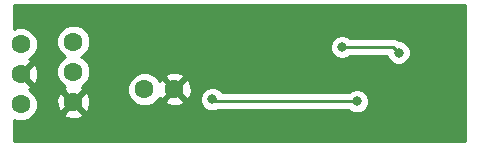
<source format=gbr>
G04 #@! TF.GenerationSoftware,KiCad,Pcbnew,5.0.2+dfsg1-1~bpo9+1*
G04 #@! TF.CreationDate,2019-04-13T15:56:37+01:00*
G04 #@! TF.ProjectId,smart_glasses,736d6172-745f-4676-9c61-737365732e6b,rev?*
G04 #@! TF.SameCoordinates,Original*
G04 #@! TF.FileFunction,Copper,L2,Bot*
G04 #@! TF.FilePolarity,Positive*
%FSLAX46Y46*%
G04 Gerber Fmt 4.6, Leading zero omitted, Abs format (unit mm)*
G04 Created by KiCad (PCBNEW 5.0.2+dfsg1-1~bpo9+1) date Sat 13 Apr 2019 15:56:37 BST*
%MOMM*%
%LPD*%
G01*
G04 APERTURE LIST*
G04 #@! TA.AperFunction,ComponentPad*
%ADD10C,1.600000*%
G04 #@! TD*
G04 #@! TA.AperFunction,ViaPad*
%ADD11C,0.800000*%
G04 #@! TD*
G04 #@! TA.AperFunction,Conductor*
%ADD12C,0.250000*%
G04 #@! TD*
G04 #@! TA.AperFunction,Conductor*
%ADD13C,0.254000*%
G04 #@! TD*
G04 APERTURE END LIST*
D10*
G04 #@! TO.P,U4,1*
G04 #@! TO.N,Net-(D1-Pad3)*
X124942600Y-79578200D03*
G04 #@! TO.P,U4,2*
G04 #@! TO.N,Net-(SW1-Pad1)*
X122402600Y-79578200D03*
G04 #@! TD*
G04 #@! TO.P,U2,3*
G04 #@! TO.N,Net-(D1-Pad1)*
X111937800Y-80848200D03*
G04 #@! TO.P,U2,2*
G04 #@! TO.N,Net-(D1-Pad3)*
X111937800Y-78308200D03*
G04 #@! TO.P,U2,1*
G04 #@! TO.N,Net-(SW1-Pad2)*
X111937800Y-75768200D03*
G04 #@! TD*
G04 #@! TO.P,D1,4*
G04 #@! TO.N,Net-(D1-Pad4)*
X116382800Y-75565000D03*
G04 #@! TO.P,D1,1*
G04 #@! TO.N,Net-(D1-Pad1)*
X116382800Y-78105000D03*
G04 #@! TO.P,D1,3*
G04 #@! TO.N,Net-(D1-Pad3)*
X116382800Y-80645000D03*
G04 #@! TD*
D11*
G04 #@! TO.N,Net-(D1-Pad4)*
X140398500Y-80594200D03*
X128155700Y-80416400D03*
G04 #@! TO.N,Net-(D1-Pad1)*
X139128500Y-76009500D03*
X143916400Y-76466700D03*
G04 #@! TO.N,Net-(D1-Pad3)*
X148221700Y-79946500D03*
X130022600Y-76123800D03*
X132410200Y-75755500D03*
X134556500Y-75284500D03*
X137147300Y-75171300D03*
G04 #@! TD*
D12*
G04 #@! TO.N,Net-(D1-Pad4)*
X128333500Y-80594200D02*
X128155700Y-80416400D01*
X140398500Y-80594200D02*
X128333500Y-80594200D01*
G04 #@! TO.N,Net-(D1-Pad1)*
X143459200Y-76009500D02*
X143916400Y-76466700D01*
X139128500Y-76009500D02*
X143459200Y-76009500D01*
G04 #@! TO.N,Net-(D1-Pad3)*
X132810199Y-75355501D02*
X134105599Y-75355501D01*
X132410200Y-75755500D02*
X132810199Y-75355501D01*
G04 #@! TD*
D13*
G04 #@! TO.N,Net-(D1-Pad3)*
G36*
X149555200Y-83960900D02*
X111364700Y-83960900D01*
X111364700Y-82164047D01*
X111652361Y-82283200D01*
X112223239Y-82283200D01*
X112750662Y-82064734D01*
X113154334Y-81661062D01*
X113157779Y-81652745D01*
X115554661Y-81652745D01*
X115628795Y-81898864D01*
X116166023Y-82091965D01*
X116736254Y-82064778D01*
X117136805Y-81898864D01*
X117210939Y-81652745D01*
X116382800Y-80824605D01*
X115554661Y-81652745D01*
X113157779Y-81652745D01*
X113372800Y-81133639D01*
X113372800Y-80562761D01*
X113317073Y-80428223D01*
X114935835Y-80428223D01*
X114963022Y-80998454D01*
X115128936Y-81399005D01*
X115375055Y-81473139D01*
X116203195Y-80645000D01*
X116562405Y-80645000D01*
X117390545Y-81473139D01*
X117636664Y-81399005D01*
X117829765Y-80861777D01*
X117802578Y-80291546D01*
X117636664Y-79890995D01*
X117390545Y-79816861D01*
X116562405Y-80645000D01*
X116203195Y-80645000D01*
X115375055Y-79816861D01*
X115128936Y-79890995D01*
X114935835Y-80428223D01*
X113317073Y-80428223D01*
X113154334Y-80035338D01*
X112750662Y-79631666D01*
X112637217Y-79584675D01*
X112691805Y-79562064D01*
X112765939Y-79315945D01*
X111937800Y-78487805D01*
X111923658Y-78501948D01*
X111744053Y-78322343D01*
X111758195Y-78308200D01*
X112117405Y-78308200D01*
X112945545Y-79136339D01*
X113191664Y-79062205D01*
X113384765Y-78524977D01*
X113357578Y-77954746D01*
X113191664Y-77554195D01*
X112945545Y-77480061D01*
X112117405Y-78308200D01*
X111758195Y-78308200D01*
X111744053Y-78294058D01*
X111923658Y-78114452D01*
X111937800Y-78128595D01*
X112765939Y-77300455D01*
X112691805Y-77054336D01*
X112633352Y-77033326D01*
X112750662Y-76984734D01*
X113154334Y-76581062D01*
X113372800Y-76053639D01*
X113372800Y-75482761D01*
X113288632Y-75279561D01*
X114947800Y-75279561D01*
X114947800Y-75850439D01*
X115166266Y-76377862D01*
X115569938Y-76781534D01*
X115699016Y-76835000D01*
X115569938Y-76888466D01*
X115166266Y-77292138D01*
X114947800Y-77819561D01*
X114947800Y-78390439D01*
X115166266Y-78917862D01*
X115569938Y-79321534D01*
X115683383Y-79368525D01*
X115628795Y-79391136D01*
X115554661Y-79637255D01*
X116382800Y-80465395D01*
X117210939Y-79637255D01*
X117136805Y-79391136D01*
X117078352Y-79370126D01*
X117195662Y-79321534D01*
X117224435Y-79292761D01*
X120967600Y-79292761D01*
X120967600Y-79863639D01*
X121186066Y-80391062D01*
X121589738Y-80794734D01*
X122117161Y-81013200D01*
X122688039Y-81013200D01*
X123215462Y-80794734D01*
X123424251Y-80585945D01*
X124114461Y-80585945D01*
X124188595Y-80832064D01*
X124725823Y-81025165D01*
X125296054Y-80997978D01*
X125696605Y-80832064D01*
X125770739Y-80585945D01*
X124942600Y-79757805D01*
X124114461Y-80585945D01*
X123424251Y-80585945D01*
X123619134Y-80391062D01*
X123666125Y-80277617D01*
X123688736Y-80332205D01*
X123934855Y-80406339D01*
X124762995Y-79578200D01*
X125122205Y-79578200D01*
X125950345Y-80406339D01*
X126196464Y-80332205D01*
X126240200Y-80210526D01*
X127120700Y-80210526D01*
X127120700Y-80622274D01*
X127278269Y-81002680D01*
X127569420Y-81293831D01*
X127949826Y-81451400D01*
X128361574Y-81451400D01*
X128596236Y-81354200D01*
X139694789Y-81354200D01*
X139812220Y-81471631D01*
X140192626Y-81629200D01*
X140604374Y-81629200D01*
X140984780Y-81471631D01*
X141275931Y-81180480D01*
X141433500Y-80800074D01*
X141433500Y-80388326D01*
X141275931Y-80007920D01*
X140984780Y-79716769D01*
X140604374Y-79559200D01*
X140192626Y-79559200D01*
X139812220Y-79716769D01*
X139694789Y-79834200D01*
X129034821Y-79834200D01*
X129033131Y-79830120D01*
X128741980Y-79538969D01*
X128361574Y-79381400D01*
X127949826Y-79381400D01*
X127569420Y-79538969D01*
X127278269Y-79830120D01*
X127120700Y-80210526D01*
X126240200Y-80210526D01*
X126389565Y-79794977D01*
X126362378Y-79224746D01*
X126196464Y-78824195D01*
X125950345Y-78750061D01*
X125122205Y-79578200D01*
X124762995Y-79578200D01*
X123934855Y-78750061D01*
X123688736Y-78824195D01*
X123667726Y-78882648D01*
X123619134Y-78765338D01*
X123424251Y-78570455D01*
X124114461Y-78570455D01*
X124942600Y-79398595D01*
X125770739Y-78570455D01*
X125696605Y-78324336D01*
X125159377Y-78131235D01*
X124589146Y-78158422D01*
X124188595Y-78324336D01*
X124114461Y-78570455D01*
X123424251Y-78570455D01*
X123215462Y-78361666D01*
X122688039Y-78143200D01*
X122117161Y-78143200D01*
X121589738Y-78361666D01*
X121186066Y-78765338D01*
X120967600Y-79292761D01*
X117224435Y-79292761D01*
X117599334Y-78917862D01*
X117817800Y-78390439D01*
X117817800Y-77819561D01*
X117599334Y-77292138D01*
X117195662Y-76888466D01*
X117066584Y-76835000D01*
X117195662Y-76781534D01*
X117599334Y-76377862D01*
X117817800Y-75850439D01*
X117817800Y-75803626D01*
X138093500Y-75803626D01*
X138093500Y-76215374D01*
X138251069Y-76595780D01*
X138542220Y-76886931D01*
X138922626Y-77044500D01*
X139334374Y-77044500D01*
X139714780Y-76886931D01*
X139832211Y-76769500D01*
X142921548Y-76769500D01*
X143038969Y-77052980D01*
X143330120Y-77344131D01*
X143710526Y-77501700D01*
X144122274Y-77501700D01*
X144502680Y-77344131D01*
X144793831Y-77052980D01*
X144951400Y-76672574D01*
X144951400Y-76260826D01*
X144793831Y-75880420D01*
X144502680Y-75589269D01*
X144122274Y-75431700D01*
X143962424Y-75431700D01*
X143755737Y-75293596D01*
X143534052Y-75249500D01*
X143534047Y-75249500D01*
X143459200Y-75234612D01*
X143384353Y-75249500D01*
X139832211Y-75249500D01*
X139714780Y-75132069D01*
X139334374Y-74974500D01*
X138922626Y-74974500D01*
X138542220Y-75132069D01*
X138251069Y-75423220D01*
X138093500Y-75803626D01*
X117817800Y-75803626D01*
X117817800Y-75279561D01*
X117599334Y-74752138D01*
X117195662Y-74348466D01*
X116668239Y-74130000D01*
X116097361Y-74130000D01*
X115569938Y-74348466D01*
X115166266Y-74752138D01*
X114947800Y-75279561D01*
X113288632Y-75279561D01*
X113154334Y-74955338D01*
X112750662Y-74551666D01*
X112223239Y-74333200D01*
X111652361Y-74333200D01*
X111364700Y-74452353D01*
X111364700Y-72464600D01*
X149555200Y-72464600D01*
X149555200Y-83960900D01*
X149555200Y-83960900D01*
G37*
X149555200Y-83960900D02*
X111364700Y-83960900D01*
X111364700Y-82164047D01*
X111652361Y-82283200D01*
X112223239Y-82283200D01*
X112750662Y-82064734D01*
X113154334Y-81661062D01*
X113157779Y-81652745D01*
X115554661Y-81652745D01*
X115628795Y-81898864D01*
X116166023Y-82091965D01*
X116736254Y-82064778D01*
X117136805Y-81898864D01*
X117210939Y-81652745D01*
X116382800Y-80824605D01*
X115554661Y-81652745D01*
X113157779Y-81652745D01*
X113372800Y-81133639D01*
X113372800Y-80562761D01*
X113317073Y-80428223D01*
X114935835Y-80428223D01*
X114963022Y-80998454D01*
X115128936Y-81399005D01*
X115375055Y-81473139D01*
X116203195Y-80645000D01*
X116562405Y-80645000D01*
X117390545Y-81473139D01*
X117636664Y-81399005D01*
X117829765Y-80861777D01*
X117802578Y-80291546D01*
X117636664Y-79890995D01*
X117390545Y-79816861D01*
X116562405Y-80645000D01*
X116203195Y-80645000D01*
X115375055Y-79816861D01*
X115128936Y-79890995D01*
X114935835Y-80428223D01*
X113317073Y-80428223D01*
X113154334Y-80035338D01*
X112750662Y-79631666D01*
X112637217Y-79584675D01*
X112691805Y-79562064D01*
X112765939Y-79315945D01*
X111937800Y-78487805D01*
X111923658Y-78501948D01*
X111744053Y-78322343D01*
X111758195Y-78308200D01*
X112117405Y-78308200D01*
X112945545Y-79136339D01*
X113191664Y-79062205D01*
X113384765Y-78524977D01*
X113357578Y-77954746D01*
X113191664Y-77554195D01*
X112945545Y-77480061D01*
X112117405Y-78308200D01*
X111758195Y-78308200D01*
X111744053Y-78294058D01*
X111923658Y-78114452D01*
X111937800Y-78128595D01*
X112765939Y-77300455D01*
X112691805Y-77054336D01*
X112633352Y-77033326D01*
X112750662Y-76984734D01*
X113154334Y-76581062D01*
X113372800Y-76053639D01*
X113372800Y-75482761D01*
X113288632Y-75279561D01*
X114947800Y-75279561D01*
X114947800Y-75850439D01*
X115166266Y-76377862D01*
X115569938Y-76781534D01*
X115699016Y-76835000D01*
X115569938Y-76888466D01*
X115166266Y-77292138D01*
X114947800Y-77819561D01*
X114947800Y-78390439D01*
X115166266Y-78917862D01*
X115569938Y-79321534D01*
X115683383Y-79368525D01*
X115628795Y-79391136D01*
X115554661Y-79637255D01*
X116382800Y-80465395D01*
X117210939Y-79637255D01*
X117136805Y-79391136D01*
X117078352Y-79370126D01*
X117195662Y-79321534D01*
X117224435Y-79292761D01*
X120967600Y-79292761D01*
X120967600Y-79863639D01*
X121186066Y-80391062D01*
X121589738Y-80794734D01*
X122117161Y-81013200D01*
X122688039Y-81013200D01*
X123215462Y-80794734D01*
X123424251Y-80585945D01*
X124114461Y-80585945D01*
X124188595Y-80832064D01*
X124725823Y-81025165D01*
X125296054Y-80997978D01*
X125696605Y-80832064D01*
X125770739Y-80585945D01*
X124942600Y-79757805D01*
X124114461Y-80585945D01*
X123424251Y-80585945D01*
X123619134Y-80391062D01*
X123666125Y-80277617D01*
X123688736Y-80332205D01*
X123934855Y-80406339D01*
X124762995Y-79578200D01*
X125122205Y-79578200D01*
X125950345Y-80406339D01*
X126196464Y-80332205D01*
X126240200Y-80210526D01*
X127120700Y-80210526D01*
X127120700Y-80622274D01*
X127278269Y-81002680D01*
X127569420Y-81293831D01*
X127949826Y-81451400D01*
X128361574Y-81451400D01*
X128596236Y-81354200D01*
X139694789Y-81354200D01*
X139812220Y-81471631D01*
X140192626Y-81629200D01*
X140604374Y-81629200D01*
X140984780Y-81471631D01*
X141275931Y-81180480D01*
X141433500Y-80800074D01*
X141433500Y-80388326D01*
X141275931Y-80007920D01*
X140984780Y-79716769D01*
X140604374Y-79559200D01*
X140192626Y-79559200D01*
X139812220Y-79716769D01*
X139694789Y-79834200D01*
X129034821Y-79834200D01*
X129033131Y-79830120D01*
X128741980Y-79538969D01*
X128361574Y-79381400D01*
X127949826Y-79381400D01*
X127569420Y-79538969D01*
X127278269Y-79830120D01*
X127120700Y-80210526D01*
X126240200Y-80210526D01*
X126389565Y-79794977D01*
X126362378Y-79224746D01*
X126196464Y-78824195D01*
X125950345Y-78750061D01*
X125122205Y-79578200D01*
X124762995Y-79578200D01*
X123934855Y-78750061D01*
X123688736Y-78824195D01*
X123667726Y-78882648D01*
X123619134Y-78765338D01*
X123424251Y-78570455D01*
X124114461Y-78570455D01*
X124942600Y-79398595D01*
X125770739Y-78570455D01*
X125696605Y-78324336D01*
X125159377Y-78131235D01*
X124589146Y-78158422D01*
X124188595Y-78324336D01*
X124114461Y-78570455D01*
X123424251Y-78570455D01*
X123215462Y-78361666D01*
X122688039Y-78143200D01*
X122117161Y-78143200D01*
X121589738Y-78361666D01*
X121186066Y-78765338D01*
X120967600Y-79292761D01*
X117224435Y-79292761D01*
X117599334Y-78917862D01*
X117817800Y-78390439D01*
X117817800Y-77819561D01*
X117599334Y-77292138D01*
X117195662Y-76888466D01*
X117066584Y-76835000D01*
X117195662Y-76781534D01*
X117599334Y-76377862D01*
X117817800Y-75850439D01*
X117817800Y-75803626D01*
X138093500Y-75803626D01*
X138093500Y-76215374D01*
X138251069Y-76595780D01*
X138542220Y-76886931D01*
X138922626Y-77044500D01*
X139334374Y-77044500D01*
X139714780Y-76886931D01*
X139832211Y-76769500D01*
X142921548Y-76769500D01*
X143038969Y-77052980D01*
X143330120Y-77344131D01*
X143710526Y-77501700D01*
X144122274Y-77501700D01*
X144502680Y-77344131D01*
X144793831Y-77052980D01*
X144951400Y-76672574D01*
X144951400Y-76260826D01*
X144793831Y-75880420D01*
X144502680Y-75589269D01*
X144122274Y-75431700D01*
X143962424Y-75431700D01*
X143755737Y-75293596D01*
X143534052Y-75249500D01*
X143534047Y-75249500D01*
X143459200Y-75234612D01*
X143384353Y-75249500D01*
X139832211Y-75249500D01*
X139714780Y-75132069D01*
X139334374Y-74974500D01*
X138922626Y-74974500D01*
X138542220Y-75132069D01*
X138251069Y-75423220D01*
X138093500Y-75803626D01*
X117817800Y-75803626D01*
X117817800Y-75279561D01*
X117599334Y-74752138D01*
X117195662Y-74348466D01*
X116668239Y-74130000D01*
X116097361Y-74130000D01*
X115569938Y-74348466D01*
X115166266Y-74752138D01*
X114947800Y-75279561D01*
X113288632Y-75279561D01*
X113154334Y-74955338D01*
X112750662Y-74551666D01*
X112223239Y-74333200D01*
X111652361Y-74333200D01*
X111364700Y-74452353D01*
X111364700Y-72464600D01*
X149555200Y-72464600D01*
X149555200Y-83960900D01*
G04 #@! TD*
M02*

</source>
